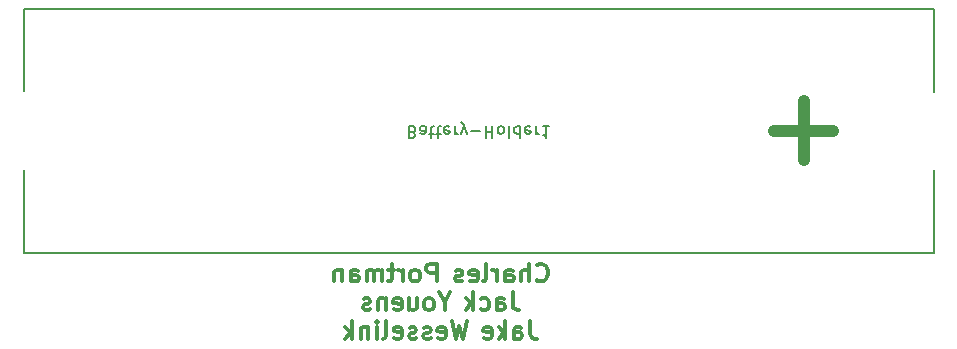
<source format=gbr>
%TF.GenerationSoftware,KiCad,Pcbnew,(7.0.0)*%
%TF.CreationDate,2023-04-14T09:52:48+02:00*%
%TF.ProjectId,EEE3088,45454533-3038-4382-9e6b-696361645f70,Rev_0*%
%TF.SameCoordinates,Original*%
%TF.FileFunction,Legend,Bot*%
%TF.FilePolarity,Positive*%
%FSLAX46Y46*%
G04 Gerber Fmt 4.6, Leading zero omitted, Abs format (unit mm)*
G04 Created by KiCad (PCBNEW (7.0.0)) date 2023-04-14 09:52:48*
%MOMM*%
%LPD*%
G01*
G04 APERTURE LIST*
%ADD10C,0.300000*%
%ADD11C,0.150000*%
%ADD12C,1.000000*%
G04 APERTURE END LIST*
D10*
X108128571Y-142670714D02*
X108199999Y-142742142D01*
X108199999Y-142742142D02*
X108414285Y-142813571D01*
X108414285Y-142813571D02*
X108557142Y-142813571D01*
X108557142Y-142813571D02*
X108771428Y-142742142D01*
X108771428Y-142742142D02*
X108914285Y-142599285D01*
X108914285Y-142599285D02*
X108985714Y-142456428D01*
X108985714Y-142456428D02*
X109057142Y-142170714D01*
X109057142Y-142170714D02*
X109057142Y-141956428D01*
X109057142Y-141956428D02*
X108985714Y-141670714D01*
X108985714Y-141670714D02*
X108914285Y-141527857D01*
X108914285Y-141527857D02*
X108771428Y-141385000D01*
X108771428Y-141385000D02*
X108557142Y-141313571D01*
X108557142Y-141313571D02*
X108414285Y-141313571D01*
X108414285Y-141313571D02*
X108199999Y-141385000D01*
X108199999Y-141385000D02*
X108128571Y-141456428D01*
X107485714Y-142813571D02*
X107485714Y-141313571D01*
X106842857Y-142813571D02*
X106842857Y-142027857D01*
X106842857Y-142027857D02*
X106914285Y-141885000D01*
X106914285Y-141885000D02*
X107057142Y-141813571D01*
X107057142Y-141813571D02*
X107271428Y-141813571D01*
X107271428Y-141813571D02*
X107414285Y-141885000D01*
X107414285Y-141885000D02*
X107485714Y-141956428D01*
X105485714Y-142813571D02*
X105485714Y-142027857D01*
X105485714Y-142027857D02*
X105557142Y-141885000D01*
X105557142Y-141885000D02*
X105699999Y-141813571D01*
X105699999Y-141813571D02*
X105985714Y-141813571D01*
X105985714Y-141813571D02*
X106128571Y-141885000D01*
X105485714Y-142742142D02*
X105628571Y-142813571D01*
X105628571Y-142813571D02*
X105985714Y-142813571D01*
X105985714Y-142813571D02*
X106128571Y-142742142D01*
X106128571Y-142742142D02*
X106199999Y-142599285D01*
X106199999Y-142599285D02*
X106199999Y-142456428D01*
X106199999Y-142456428D02*
X106128571Y-142313571D01*
X106128571Y-142313571D02*
X105985714Y-142242142D01*
X105985714Y-142242142D02*
X105628571Y-142242142D01*
X105628571Y-142242142D02*
X105485714Y-142170714D01*
X104771428Y-142813571D02*
X104771428Y-141813571D01*
X104771428Y-142099285D02*
X104699999Y-141956428D01*
X104699999Y-141956428D02*
X104628571Y-141885000D01*
X104628571Y-141885000D02*
X104485713Y-141813571D01*
X104485713Y-141813571D02*
X104342856Y-141813571D01*
X103628571Y-142813571D02*
X103771428Y-142742142D01*
X103771428Y-142742142D02*
X103842857Y-142599285D01*
X103842857Y-142599285D02*
X103842857Y-141313571D01*
X102485714Y-142742142D02*
X102628571Y-142813571D01*
X102628571Y-142813571D02*
X102914286Y-142813571D01*
X102914286Y-142813571D02*
X103057143Y-142742142D01*
X103057143Y-142742142D02*
X103128571Y-142599285D01*
X103128571Y-142599285D02*
X103128571Y-142027857D01*
X103128571Y-142027857D02*
X103057143Y-141885000D01*
X103057143Y-141885000D02*
X102914286Y-141813571D01*
X102914286Y-141813571D02*
X102628571Y-141813571D01*
X102628571Y-141813571D02*
X102485714Y-141885000D01*
X102485714Y-141885000D02*
X102414286Y-142027857D01*
X102414286Y-142027857D02*
X102414286Y-142170714D01*
X102414286Y-142170714D02*
X103128571Y-142313571D01*
X101842857Y-142742142D02*
X101700000Y-142813571D01*
X101700000Y-142813571D02*
X101414286Y-142813571D01*
X101414286Y-142813571D02*
X101271429Y-142742142D01*
X101271429Y-142742142D02*
X101200000Y-142599285D01*
X101200000Y-142599285D02*
X101200000Y-142527857D01*
X101200000Y-142527857D02*
X101271429Y-142385000D01*
X101271429Y-142385000D02*
X101414286Y-142313571D01*
X101414286Y-142313571D02*
X101628572Y-142313571D01*
X101628572Y-142313571D02*
X101771429Y-142242142D01*
X101771429Y-142242142D02*
X101842857Y-142099285D01*
X101842857Y-142099285D02*
X101842857Y-142027857D01*
X101842857Y-142027857D02*
X101771429Y-141885000D01*
X101771429Y-141885000D02*
X101628572Y-141813571D01*
X101628572Y-141813571D02*
X101414286Y-141813571D01*
X101414286Y-141813571D02*
X101271429Y-141885000D01*
X99657143Y-142813571D02*
X99657143Y-141313571D01*
X99657143Y-141313571D02*
X99085714Y-141313571D01*
X99085714Y-141313571D02*
X98942857Y-141385000D01*
X98942857Y-141385000D02*
X98871428Y-141456428D01*
X98871428Y-141456428D02*
X98800000Y-141599285D01*
X98800000Y-141599285D02*
X98800000Y-141813571D01*
X98800000Y-141813571D02*
X98871428Y-141956428D01*
X98871428Y-141956428D02*
X98942857Y-142027857D01*
X98942857Y-142027857D02*
X99085714Y-142099285D01*
X99085714Y-142099285D02*
X99657143Y-142099285D01*
X97942857Y-142813571D02*
X98085714Y-142742142D01*
X98085714Y-142742142D02*
X98157143Y-142670714D01*
X98157143Y-142670714D02*
X98228571Y-142527857D01*
X98228571Y-142527857D02*
X98228571Y-142099285D01*
X98228571Y-142099285D02*
X98157143Y-141956428D01*
X98157143Y-141956428D02*
X98085714Y-141885000D01*
X98085714Y-141885000D02*
X97942857Y-141813571D01*
X97942857Y-141813571D02*
X97728571Y-141813571D01*
X97728571Y-141813571D02*
X97585714Y-141885000D01*
X97585714Y-141885000D02*
X97514286Y-141956428D01*
X97514286Y-141956428D02*
X97442857Y-142099285D01*
X97442857Y-142099285D02*
X97442857Y-142527857D01*
X97442857Y-142527857D02*
X97514286Y-142670714D01*
X97514286Y-142670714D02*
X97585714Y-142742142D01*
X97585714Y-142742142D02*
X97728571Y-142813571D01*
X97728571Y-142813571D02*
X97942857Y-142813571D01*
X96800000Y-142813571D02*
X96800000Y-141813571D01*
X96800000Y-142099285D02*
X96728571Y-141956428D01*
X96728571Y-141956428D02*
X96657143Y-141885000D01*
X96657143Y-141885000D02*
X96514285Y-141813571D01*
X96514285Y-141813571D02*
X96371428Y-141813571D01*
X96085714Y-141813571D02*
X95514286Y-141813571D01*
X95871429Y-141313571D02*
X95871429Y-142599285D01*
X95871429Y-142599285D02*
X95800000Y-142742142D01*
X95800000Y-142742142D02*
X95657143Y-142813571D01*
X95657143Y-142813571D02*
X95514286Y-142813571D01*
X95014286Y-142813571D02*
X95014286Y-141813571D01*
X95014286Y-141956428D02*
X94942857Y-141885000D01*
X94942857Y-141885000D02*
X94800000Y-141813571D01*
X94800000Y-141813571D02*
X94585714Y-141813571D01*
X94585714Y-141813571D02*
X94442857Y-141885000D01*
X94442857Y-141885000D02*
X94371429Y-142027857D01*
X94371429Y-142027857D02*
X94371429Y-142813571D01*
X94371429Y-142027857D02*
X94300000Y-141885000D01*
X94300000Y-141885000D02*
X94157143Y-141813571D01*
X94157143Y-141813571D02*
X93942857Y-141813571D01*
X93942857Y-141813571D02*
X93800000Y-141885000D01*
X93800000Y-141885000D02*
X93728571Y-142027857D01*
X93728571Y-142027857D02*
X93728571Y-142813571D01*
X92371429Y-142813571D02*
X92371429Y-142027857D01*
X92371429Y-142027857D02*
X92442857Y-141885000D01*
X92442857Y-141885000D02*
X92585714Y-141813571D01*
X92585714Y-141813571D02*
X92871429Y-141813571D01*
X92871429Y-141813571D02*
X93014286Y-141885000D01*
X92371429Y-142742142D02*
X92514286Y-142813571D01*
X92514286Y-142813571D02*
X92871429Y-142813571D01*
X92871429Y-142813571D02*
X93014286Y-142742142D01*
X93014286Y-142742142D02*
X93085714Y-142599285D01*
X93085714Y-142599285D02*
X93085714Y-142456428D01*
X93085714Y-142456428D02*
X93014286Y-142313571D01*
X93014286Y-142313571D02*
X92871429Y-142242142D01*
X92871429Y-142242142D02*
X92514286Y-142242142D01*
X92514286Y-142242142D02*
X92371429Y-142170714D01*
X91657143Y-141813571D02*
X91657143Y-142813571D01*
X91657143Y-141956428D02*
X91585714Y-141885000D01*
X91585714Y-141885000D02*
X91442857Y-141813571D01*
X91442857Y-141813571D02*
X91228571Y-141813571D01*
X91228571Y-141813571D02*
X91085714Y-141885000D01*
X91085714Y-141885000D02*
X91014286Y-142027857D01*
X91014286Y-142027857D02*
X91014286Y-142813571D01*
X106092856Y-143743571D02*
X106092856Y-144815000D01*
X106092856Y-144815000D02*
X106164285Y-145029285D01*
X106164285Y-145029285D02*
X106307142Y-145172142D01*
X106307142Y-145172142D02*
X106521428Y-145243571D01*
X106521428Y-145243571D02*
X106664285Y-145243571D01*
X104735714Y-145243571D02*
X104735714Y-144457857D01*
X104735714Y-144457857D02*
X104807142Y-144315000D01*
X104807142Y-144315000D02*
X104949999Y-144243571D01*
X104949999Y-144243571D02*
X105235714Y-144243571D01*
X105235714Y-144243571D02*
X105378571Y-144315000D01*
X104735714Y-145172142D02*
X104878571Y-145243571D01*
X104878571Y-145243571D02*
X105235714Y-145243571D01*
X105235714Y-145243571D02*
X105378571Y-145172142D01*
X105378571Y-145172142D02*
X105449999Y-145029285D01*
X105449999Y-145029285D02*
X105449999Y-144886428D01*
X105449999Y-144886428D02*
X105378571Y-144743571D01*
X105378571Y-144743571D02*
X105235714Y-144672142D01*
X105235714Y-144672142D02*
X104878571Y-144672142D01*
X104878571Y-144672142D02*
X104735714Y-144600714D01*
X103378571Y-145172142D02*
X103521428Y-145243571D01*
X103521428Y-145243571D02*
X103807142Y-145243571D01*
X103807142Y-145243571D02*
X103949999Y-145172142D01*
X103949999Y-145172142D02*
X104021428Y-145100714D01*
X104021428Y-145100714D02*
X104092856Y-144957857D01*
X104092856Y-144957857D02*
X104092856Y-144529285D01*
X104092856Y-144529285D02*
X104021428Y-144386428D01*
X104021428Y-144386428D02*
X103949999Y-144315000D01*
X103949999Y-144315000D02*
X103807142Y-144243571D01*
X103807142Y-144243571D02*
X103521428Y-144243571D01*
X103521428Y-144243571D02*
X103378571Y-144315000D01*
X102735714Y-145243571D02*
X102735714Y-143743571D01*
X102592857Y-144672142D02*
X102164285Y-145243571D01*
X102164285Y-144243571D02*
X102735714Y-144815000D01*
X100335713Y-144529285D02*
X100335713Y-145243571D01*
X100835713Y-143743571D02*
X100335713Y-144529285D01*
X100335713Y-144529285D02*
X99835713Y-143743571D01*
X99121428Y-145243571D02*
X99264285Y-145172142D01*
X99264285Y-145172142D02*
X99335714Y-145100714D01*
X99335714Y-145100714D02*
X99407142Y-144957857D01*
X99407142Y-144957857D02*
X99407142Y-144529285D01*
X99407142Y-144529285D02*
X99335714Y-144386428D01*
X99335714Y-144386428D02*
X99264285Y-144315000D01*
X99264285Y-144315000D02*
X99121428Y-144243571D01*
X99121428Y-144243571D02*
X98907142Y-144243571D01*
X98907142Y-144243571D02*
X98764285Y-144315000D01*
X98764285Y-144315000D02*
X98692857Y-144386428D01*
X98692857Y-144386428D02*
X98621428Y-144529285D01*
X98621428Y-144529285D02*
X98621428Y-144957857D01*
X98621428Y-144957857D02*
X98692857Y-145100714D01*
X98692857Y-145100714D02*
X98764285Y-145172142D01*
X98764285Y-145172142D02*
X98907142Y-145243571D01*
X98907142Y-145243571D02*
X99121428Y-145243571D01*
X97335714Y-144243571D02*
X97335714Y-145243571D01*
X97978571Y-144243571D02*
X97978571Y-145029285D01*
X97978571Y-145029285D02*
X97907142Y-145172142D01*
X97907142Y-145172142D02*
X97764285Y-145243571D01*
X97764285Y-145243571D02*
X97549999Y-145243571D01*
X97549999Y-145243571D02*
X97407142Y-145172142D01*
X97407142Y-145172142D02*
X97335714Y-145100714D01*
X96049999Y-145172142D02*
X96192856Y-145243571D01*
X96192856Y-145243571D02*
X96478571Y-145243571D01*
X96478571Y-145243571D02*
X96621428Y-145172142D01*
X96621428Y-145172142D02*
X96692856Y-145029285D01*
X96692856Y-145029285D02*
X96692856Y-144457857D01*
X96692856Y-144457857D02*
X96621428Y-144315000D01*
X96621428Y-144315000D02*
X96478571Y-144243571D01*
X96478571Y-144243571D02*
X96192856Y-144243571D01*
X96192856Y-144243571D02*
X96049999Y-144315000D01*
X96049999Y-144315000D02*
X95978571Y-144457857D01*
X95978571Y-144457857D02*
X95978571Y-144600714D01*
X95978571Y-144600714D02*
X96692856Y-144743571D01*
X95335714Y-144243571D02*
X95335714Y-145243571D01*
X95335714Y-144386428D02*
X95264285Y-144315000D01*
X95264285Y-144315000D02*
X95121428Y-144243571D01*
X95121428Y-144243571D02*
X94907142Y-144243571D01*
X94907142Y-144243571D02*
X94764285Y-144315000D01*
X94764285Y-144315000D02*
X94692857Y-144457857D01*
X94692857Y-144457857D02*
X94692857Y-145243571D01*
X94049999Y-145172142D02*
X93907142Y-145243571D01*
X93907142Y-145243571D02*
X93621428Y-145243571D01*
X93621428Y-145243571D02*
X93478571Y-145172142D01*
X93478571Y-145172142D02*
X93407142Y-145029285D01*
X93407142Y-145029285D02*
X93407142Y-144957857D01*
X93407142Y-144957857D02*
X93478571Y-144815000D01*
X93478571Y-144815000D02*
X93621428Y-144743571D01*
X93621428Y-144743571D02*
X93835714Y-144743571D01*
X93835714Y-144743571D02*
X93978571Y-144672142D01*
X93978571Y-144672142D02*
X94049999Y-144529285D01*
X94049999Y-144529285D02*
X94049999Y-144457857D01*
X94049999Y-144457857D02*
X93978571Y-144315000D01*
X93978571Y-144315000D02*
X93835714Y-144243571D01*
X93835714Y-144243571D02*
X93621428Y-144243571D01*
X93621428Y-144243571D02*
X93478571Y-144315000D01*
X107557142Y-146173571D02*
X107557142Y-147245000D01*
X107557142Y-147245000D02*
X107628571Y-147459285D01*
X107628571Y-147459285D02*
X107771428Y-147602142D01*
X107771428Y-147602142D02*
X107985714Y-147673571D01*
X107985714Y-147673571D02*
X108128571Y-147673571D01*
X106200000Y-147673571D02*
X106200000Y-146887857D01*
X106200000Y-146887857D02*
X106271428Y-146745000D01*
X106271428Y-146745000D02*
X106414285Y-146673571D01*
X106414285Y-146673571D02*
X106700000Y-146673571D01*
X106700000Y-146673571D02*
X106842857Y-146745000D01*
X106200000Y-147602142D02*
X106342857Y-147673571D01*
X106342857Y-147673571D02*
X106700000Y-147673571D01*
X106700000Y-147673571D02*
X106842857Y-147602142D01*
X106842857Y-147602142D02*
X106914285Y-147459285D01*
X106914285Y-147459285D02*
X106914285Y-147316428D01*
X106914285Y-147316428D02*
X106842857Y-147173571D01*
X106842857Y-147173571D02*
X106700000Y-147102142D01*
X106700000Y-147102142D02*
X106342857Y-147102142D01*
X106342857Y-147102142D02*
X106200000Y-147030714D01*
X105485714Y-147673571D02*
X105485714Y-146173571D01*
X105342857Y-147102142D02*
X104914285Y-147673571D01*
X104914285Y-146673571D02*
X105485714Y-147245000D01*
X103699999Y-147602142D02*
X103842856Y-147673571D01*
X103842856Y-147673571D02*
X104128571Y-147673571D01*
X104128571Y-147673571D02*
X104271428Y-147602142D01*
X104271428Y-147602142D02*
X104342856Y-147459285D01*
X104342856Y-147459285D02*
X104342856Y-146887857D01*
X104342856Y-146887857D02*
X104271428Y-146745000D01*
X104271428Y-146745000D02*
X104128571Y-146673571D01*
X104128571Y-146673571D02*
X103842856Y-146673571D01*
X103842856Y-146673571D02*
X103699999Y-146745000D01*
X103699999Y-146745000D02*
X103628571Y-146887857D01*
X103628571Y-146887857D02*
X103628571Y-147030714D01*
X103628571Y-147030714D02*
X104342856Y-147173571D01*
X102228571Y-146173571D02*
X101871428Y-147673571D01*
X101871428Y-147673571D02*
X101585714Y-146602142D01*
X101585714Y-146602142D02*
X101299999Y-147673571D01*
X101299999Y-147673571D02*
X100942857Y-146173571D01*
X99799999Y-147602142D02*
X99942856Y-147673571D01*
X99942856Y-147673571D02*
X100228571Y-147673571D01*
X100228571Y-147673571D02*
X100371428Y-147602142D01*
X100371428Y-147602142D02*
X100442856Y-147459285D01*
X100442856Y-147459285D02*
X100442856Y-146887857D01*
X100442856Y-146887857D02*
X100371428Y-146745000D01*
X100371428Y-146745000D02*
X100228571Y-146673571D01*
X100228571Y-146673571D02*
X99942856Y-146673571D01*
X99942856Y-146673571D02*
X99799999Y-146745000D01*
X99799999Y-146745000D02*
X99728571Y-146887857D01*
X99728571Y-146887857D02*
X99728571Y-147030714D01*
X99728571Y-147030714D02*
X100442856Y-147173571D01*
X99157142Y-147602142D02*
X99014285Y-147673571D01*
X99014285Y-147673571D02*
X98728571Y-147673571D01*
X98728571Y-147673571D02*
X98585714Y-147602142D01*
X98585714Y-147602142D02*
X98514285Y-147459285D01*
X98514285Y-147459285D02*
X98514285Y-147387857D01*
X98514285Y-147387857D02*
X98585714Y-147245000D01*
X98585714Y-147245000D02*
X98728571Y-147173571D01*
X98728571Y-147173571D02*
X98942857Y-147173571D01*
X98942857Y-147173571D02*
X99085714Y-147102142D01*
X99085714Y-147102142D02*
X99157142Y-146959285D01*
X99157142Y-146959285D02*
X99157142Y-146887857D01*
X99157142Y-146887857D02*
X99085714Y-146745000D01*
X99085714Y-146745000D02*
X98942857Y-146673571D01*
X98942857Y-146673571D02*
X98728571Y-146673571D01*
X98728571Y-146673571D02*
X98585714Y-146745000D01*
X97942856Y-147602142D02*
X97799999Y-147673571D01*
X97799999Y-147673571D02*
X97514285Y-147673571D01*
X97514285Y-147673571D02*
X97371428Y-147602142D01*
X97371428Y-147602142D02*
X97299999Y-147459285D01*
X97299999Y-147459285D02*
X97299999Y-147387857D01*
X97299999Y-147387857D02*
X97371428Y-147245000D01*
X97371428Y-147245000D02*
X97514285Y-147173571D01*
X97514285Y-147173571D02*
X97728571Y-147173571D01*
X97728571Y-147173571D02*
X97871428Y-147102142D01*
X97871428Y-147102142D02*
X97942856Y-146959285D01*
X97942856Y-146959285D02*
X97942856Y-146887857D01*
X97942856Y-146887857D02*
X97871428Y-146745000D01*
X97871428Y-146745000D02*
X97728571Y-146673571D01*
X97728571Y-146673571D02*
X97514285Y-146673571D01*
X97514285Y-146673571D02*
X97371428Y-146745000D01*
X96085713Y-147602142D02*
X96228570Y-147673571D01*
X96228570Y-147673571D02*
X96514285Y-147673571D01*
X96514285Y-147673571D02*
X96657142Y-147602142D01*
X96657142Y-147602142D02*
X96728570Y-147459285D01*
X96728570Y-147459285D02*
X96728570Y-146887857D01*
X96728570Y-146887857D02*
X96657142Y-146745000D01*
X96657142Y-146745000D02*
X96514285Y-146673571D01*
X96514285Y-146673571D02*
X96228570Y-146673571D01*
X96228570Y-146673571D02*
X96085713Y-146745000D01*
X96085713Y-146745000D02*
X96014285Y-146887857D01*
X96014285Y-146887857D02*
X96014285Y-147030714D01*
X96014285Y-147030714D02*
X96728570Y-147173571D01*
X95157142Y-147673571D02*
X95299999Y-147602142D01*
X95299999Y-147602142D02*
X95371428Y-147459285D01*
X95371428Y-147459285D02*
X95371428Y-146173571D01*
X94585714Y-147673571D02*
X94585714Y-146673571D01*
X94585714Y-146173571D02*
X94657142Y-146245000D01*
X94657142Y-146245000D02*
X94585714Y-146316428D01*
X94585714Y-146316428D02*
X94514285Y-146245000D01*
X94514285Y-146245000D02*
X94585714Y-146173571D01*
X94585714Y-146173571D02*
X94585714Y-146316428D01*
X93871428Y-146673571D02*
X93871428Y-147673571D01*
X93871428Y-146816428D02*
X93799999Y-146745000D01*
X93799999Y-146745000D02*
X93657142Y-146673571D01*
X93657142Y-146673571D02*
X93442856Y-146673571D01*
X93442856Y-146673571D02*
X93299999Y-146745000D01*
X93299999Y-146745000D02*
X93228571Y-146887857D01*
X93228571Y-146887857D02*
X93228571Y-147673571D01*
X92514285Y-147673571D02*
X92514285Y-146173571D01*
X92371428Y-147102142D02*
X91942856Y-147673571D01*
X91942856Y-146673571D02*
X92514285Y-147245000D01*
D11*
%TO.C,Battery-Holder1*%
X97629760Y-130179428D02*
X97772617Y-130131809D01*
X97772617Y-130131809D02*
X97820236Y-130084190D01*
X97820236Y-130084190D02*
X97867855Y-129988952D01*
X97867855Y-129988952D02*
X97867855Y-129846095D01*
X97867855Y-129846095D02*
X97820236Y-129750857D01*
X97820236Y-129750857D02*
X97772617Y-129703238D01*
X97772617Y-129703238D02*
X97677379Y-129655619D01*
X97677379Y-129655619D02*
X97296427Y-129655619D01*
X97296427Y-129655619D02*
X97296427Y-130655619D01*
X97296427Y-130655619D02*
X97629760Y-130655619D01*
X97629760Y-130655619D02*
X97724998Y-130608000D01*
X97724998Y-130608000D02*
X97772617Y-130560380D01*
X97772617Y-130560380D02*
X97820236Y-130465142D01*
X97820236Y-130465142D02*
X97820236Y-130369904D01*
X97820236Y-130369904D02*
X97772617Y-130274666D01*
X97772617Y-130274666D02*
X97724998Y-130227047D01*
X97724998Y-130227047D02*
X97629760Y-130179428D01*
X97629760Y-130179428D02*
X97296427Y-130179428D01*
X98724998Y-129655619D02*
X98724998Y-130179428D01*
X98724998Y-130179428D02*
X98677379Y-130274666D01*
X98677379Y-130274666D02*
X98582141Y-130322285D01*
X98582141Y-130322285D02*
X98391665Y-130322285D01*
X98391665Y-130322285D02*
X98296427Y-130274666D01*
X98724998Y-129703238D02*
X98629760Y-129655619D01*
X98629760Y-129655619D02*
X98391665Y-129655619D01*
X98391665Y-129655619D02*
X98296427Y-129703238D01*
X98296427Y-129703238D02*
X98248808Y-129798476D01*
X98248808Y-129798476D02*
X98248808Y-129893714D01*
X98248808Y-129893714D02*
X98296427Y-129988952D01*
X98296427Y-129988952D02*
X98391665Y-130036571D01*
X98391665Y-130036571D02*
X98629760Y-130036571D01*
X98629760Y-130036571D02*
X98724998Y-130084190D01*
X99058332Y-130322285D02*
X99439284Y-130322285D01*
X99201189Y-130655619D02*
X99201189Y-129798476D01*
X99201189Y-129798476D02*
X99248808Y-129703238D01*
X99248808Y-129703238D02*
X99344046Y-129655619D01*
X99344046Y-129655619D02*
X99439284Y-129655619D01*
X99629761Y-130322285D02*
X100010713Y-130322285D01*
X99772618Y-130655619D02*
X99772618Y-129798476D01*
X99772618Y-129798476D02*
X99820237Y-129703238D01*
X99820237Y-129703238D02*
X99915475Y-129655619D01*
X99915475Y-129655619D02*
X100010713Y-129655619D01*
X100724999Y-129703238D02*
X100629761Y-129655619D01*
X100629761Y-129655619D02*
X100439285Y-129655619D01*
X100439285Y-129655619D02*
X100344047Y-129703238D01*
X100344047Y-129703238D02*
X100296428Y-129798476D01*
X100296428Y-129798476D02*
X100296428Y-130179428D01*
X100296428Y-130179428D02*
X100344047Y-130274666D01*
X100344047Y-130274666D02*
X100439285Y-130322285D01*
X100439285Y-130322285D02*
X100629761Y-130322285D01*
X100629761Y-130322285D02*
X100724999Y-130274666D01*
X100724999Y-130274666D02*
X100772618Y-130179428D01*
X100772618Y-130179428D02*
X100772618Y-130084190D01*
X100772618Y-130084190D02*
X100296428Y-129988952D01*
X101201190Y-129655619D02*
X101201190Y-130322285D01*
X101201190Y-130131809D02*
X101248809Y-130227047D01*
X101248809Y-130227047D02*
X101296428Y-130274666D01*
X101296428Y-130274666D02*
X101391666Y-130322285D01*
X101391666Y-130322285D02*
X101486904Y-130322285D01*
X101725000Y-130322285D02*
X101963095Y-129655619D01*
X102201190Y-130322285D02*
X101963095Y-129655619D01*
X101963095Y-129655619D02*
X101867857Y-129417523D01*
X101867857Y-129417523D02*
X101820238Y-129369904D01*
X101820238Y-129369904D02*
X101725000Y-129322285D01*
X102582143Y-130036571D02*
X103344048Y-130036571D01*
X103820238Y-129655619D02*
X103820238Y-130655619D01*
X103820238Y-130179428D02*
X104391666Y-130179428D01*
X104391666Y-129655619D02*
X104391666Y-130655619D01*
X105010714Y-129655619D02*
X104915476Y-129703238D01*
X104915476Y-129703238D02*
X104867857Y-129750857D01*
X104867857Y-129750857D02*
X104820238Y-129846095D01*
X104820238Y-129846095D02*
X104820238Y-130131809D01*
X104820238Y-130131809D02*
X104867857Y-130227047D01*
X104867857Y-130227047D02*
X104915476Y-130274666D01*
X104915476Y-130274666D02*
X105010714Y-130322285D01*
X105010714Y-130322285D02*
X105153571Y-130322285D01*
X105153571Y-130322285D02*
X105248809Y-130274666D01*
X105248809Y-130274666D02*
X105296428Y-130227047D01*
X105296428Y-130227047D02*
X105344047Y-130131809D01*
X105344047Y-130131809D02*
X105344047Y-129846095D01*
X105344047Y-129846095D02*
X105296428Y-129750857D01*
X105296428Y-129750857D02*
X105248809Y-129703238D01*
X105248809Y-129703238D02*
X105153571Y-129655619D01*
X105153571Y-129655619D02*
X105010714Y-129655619D01*
X105915476Y-129655619D02*
X105820238Y-129703238D01*
X105820238Y-129703238D02*
X105772619Y-129798476D01*
X105772619Y-129798476D02*
X105772619Y-130655619D01*
X106725000Y-129655619D02*
X106725000Y-130655619D01*
X106725000Y-129703238D02*
X106629762Y-129655619D01*
X106629762Y-129655619D02*
X106439286Y-129655619D01*
X106439286Y-129655619D02*
X106344048Y-129703238D01*
X106344048Y-129703238D02*
X106296429Y-129750857D01*
X106296429Y-129750857D02*
X106248810Y-129846095D01*
X106248810Y-129846095D02*
X106248810Y-130131809D01*
X106248810Y-130131809D02*
X106296429Y-130227047D01*
X106296429Y-130227047D02*
X106344048Y-130274666D01*
X106344048Y-130274666D02*
X106439286Y-130322285D01*
X106439286Y-130322285D02*
X106629762Y-130322285D01*
X106629762Y-130322285D02*
X106725000Y-130274666D01*
X107582143Y-129703238D02*
X107486905Y-129655619D01*
X107486905Y-129655619D02*
X107296429Y-129655619D01*
X107296429Y-129655619D02*
X107201191Y-129703238D01*
X107201191Y-129703238D02*
X107153572Y-129798476D01*
X107153572Y-129798476D02*
X107153572Y-130179428D01*
X107153572Y-130179428D02*
X107201191Y-130274666D01*
X107201191Y-130274666D02*
X107296429Y-130322285D01*
X107296429Y-130322285D02*
X107486905Y-130322285D01*
X107486905Y-130322285D02*
X107582143Y-130274666D01*
X107582143Y-130274666D02*
X107629762Y-130179428D01*
X107629762Y-130179428D02*
X107629762Y-130084190D01*
X107629762Y-130084190D02*
X107153572Y-129988952D01*
X108058334Y-129655619D02*
X108058334Y-130322285D01*
X108058334Y-130131809D02*
X108105953Y-130227047D01*
X108105953Y-130227047D02*
X108153572Y-130274666D01*
X108153572Y-130274666D02*
X108248810Y-130322285D01*
X108248810Y-130322285D02*
X108344048Y-130322285D01*
X109201191Y-129655619D02*
X108629763Y-129655619D01*
X108915477Y-129655619D02*
X108915477Y-130655619D01*
X108915477Y-130655619D02*
X108820239Y-130512761D01*
X108820239Y-130512761D02*
X108725001Y-130417523D01*
X108725001Y-130417523D02*
X108629763Y-130369904D01*
X64700000Y-119723000D02*
X141750000Y-119723000D01*
X64700000Y-140373000D02*
X141750000Y-140373000D01*
X64705900Y-119722900D02*
X64705900Y-126707900D01*
X64705900Y-133400800D02*
X64705900Y-140373100D01*
D12*
X130725000Y-132548000D02*
X130725000Y-127548000D01*
X133225000Y-130073400D02*
X128225000Y-130073400D01*
D11*
X141744100Y-119735600D02*
X141744100Y-126746000D01*
X141744100Y-140360400D02*
X141744100Y-133350000D01*
%TD*%
M02*

</source>
